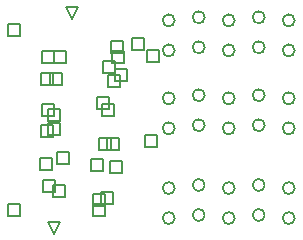
<source format=gbr>
%TF.GenerationSoftware,Altium Limited,Altium Designer,24.8.2 (39)*%
G04 Layer_Color=2752767*
%FSLAX45Y45*%
%MOMM*%
%TF.SameCoordinates,C54AC7BA-B540-4DA4-B2B9-A01D8BF79CE3*%
%TF.FilePolarity,Positive*%
%TF.FileFunction,Drawing*%
%TF.Part,Single*%
G01*
G75*
%TA.AperFunction,NonConductor*%
%ADD33C,0.16933*%
%ADD35C,0.12700*%
D33*
X3016798Y773998D02*
G03*
X3016798Y773998I-50800J0D01*
G01*
X2762798Y799997D02*
G03*
X2762798Y799997I-50800J0D01*
G01*
X2508798Y773998D02*
G03*
X2508798Y773998I-50800J0D01*
G01*
X2254798Y799997D02*
G03*
X2254798Y799997I-50800J0D01*
G01*
X2000798Y773998D02*
G03*
X2000798Y773998I-50800J0D01*
G01*
X3016798Y519998D02*
G03*
X3016798Y519998I-50800J0D01*
G01*
X2762798Y545997D02*
G03*
X2762798Y545997I-50800J0D01*
G01*
X2508798Y519998D02*
G03*
X2508798Y519998I-50800J0D01*
G01*
X2254798Y545997D02*
G03*
X2254798Y545997I-50800J0D01*
G01*
X2000798Y519998D02*
G03*
X2000798Y519998I-50800J0D01*
G01*
X3016798Y1533998D02*
G03*
X3016798Y1533998I-50800J0D01*
G01*
X2762798Y1560002D02*
G03*
X2762798Y1560002I-50800J0D01*
G01*
X2508798Y1533998D02*
G03*
X2508798Y1533998I-50800J0D01*
G01*
X2254798Y1560002D02*
G03*
X2254798Y1560002I-50800J0D01*
G01*
X2000798Y1533998D02*
G03*
X2000798Y1533998I-50800J0D01*
G01*
X3016798Y1279998D02*
G03*
X3016798Y1279998I-50800J0D01*
G01*
X2762798Y1306002D02*
G03*
X2762798Y1306002I-50800J0D01*
G01*
X2508798Y1279998D02*
G03*
X2508798Y1279998I-50800J0D01*
G01*
X2254798Y1306002D02*
G03*
X2254798Y1306002I-50800J0D01*
G01*
X2000798Y1279998D02*
G03*
X2000798Y1279998I-50800J0D01*
G01*
X3016798Y2193998D02*
G03*
X3016798Y2193998I-50800J0D01*
G01*
X2762798Y2219998D02*
G03*
X2762798Y2219998I-50800J0D01*
G01*
X2508798Y2193998D02*
G03*
X2508798Y2193998I-50800J0D01*
G01*
X2254798Y2219998D02*
G03*
X2254798Y2219998I-50800J0D01*
G01*
X2000798Y2193998D02*
G03*
X2000798Y2193998I-50800J0D01*
G01*
X3016798Y1939998D02*
G03*
X3016798Y1939998I-50800J0D01*
G01*
X2762798Y1965998D02*
G03*
X2762798Y1965998I-50800J0D01*
G01*
X2508798Y1939998D02*
G03*
X2508798Y1939998I-50800J0D01*
G01*
X2254798Y1965998D02*
G03*
X2254798Y1965998I-50800J0D01*
G01*
X2000798Y1939998D02*
G03*
X2000798Y1939998I-50800J0D01*
G01*
D35*
X982999Y389203D02*
X932199Y490803D01*
X1033799D01*
X982999Y389203D01*
X1132996Y2209200D02*
X1082196Y2310800D01*
X1183796D01*
X1132996Y2209200D01*
X929109Y1227073D02*
Y1328673D01*
X1030709D01*
Y1227073D01*
X929109D01*
X929167Y1339114D02*
Y1440714D01*
X1030767D01*
Y1339114D01*
X929167D01*
X866208Y1204587D02*
Y1306187D01*
X967808D01*
Y1204587D01*
X866208D01*
X874065Y1386051D02*
Y1487651D01*
X975665D01*
Y1386051D01*
X874065D01*
X1395273Y1749613D02*
Y1851213D01*
X1496873D01*
Y1749613D01*
X1395273D01*
X861078Y925628D02*
Y1027228D01*
X962678D01*
Y925628D01*
X861078D01*
X589200Y2059200D02*
Y2160800D01*
X690800D01*
Y2059200D01*
X589200D01*
Y539200D02*
Y640800D01*
X690800D01*
Y539200D01*
X589200D01*
X1749200Y1119366D02*
Y1220966D01*
X1850800D01*
Y1119366D01*
X1749200D01*
X1769200Y1839200D02*
Y1940800D01*
X1870800D01*
Y1839200D01*
X1769200D01*
X1309432Y618968D02*
Y720568D01*
X1411032D01*
Y618968D01*
X1309432D01*
X1290545Y921921D02*
Y1023521D01*
X1392145D01*
Y921921D01*
X1290545D01*
X1383339Y1387040D02*
Y1488640D01*
X1484939D01*
Y1387040D01*
X1383339D01*
X1339843Y1440698D02*
Y1542298D01*
X1441443D01*
Y1440698D01*
X1339843D01*
X1432197Y1629743D02*
Y1731343D01*
X1533797D01*
Y1629743D01*
X1432197D01*
X1000428Y977597D02*
Y1079197D01*
X1102028D01*
Y977597D01*
X1000428D01*
X1361159Y1099877D02*
Y1201477D01*
X1462759D01*
Y1099877D01*
X1361159D01*
X1427926Y1097783D02*
Y1199383D01*
X1529526D01*
Y1097783D01*
X1427926D01*
X1641448Y1942719D02*
Y2044319D01*
X1743048D01*
Y1942719D01*
X1641448D01*
X946111Y1647593D02*
Y1749193D01*
X1047711D01*
Y1647593D01*
X946111D01*
X969200Y699200D02*
Y800800D01*
X1070800D01*
Y699200D01*
X969200D01*
X1469200Y1829200D02*
Y1930800D01*
X1570800D01*
Y1829200D01*
X1469200D01*
X1459200Y1919200D02*
Y2020800D01*
X1560800D01*
Y1919200D01*
X1459200D01*
X879200Y1829200D02*
Y1930800D01*
X980800D01*
Y1829200D01*
X879200D01*
X979200D02*
Y1930800D01*
X1080800D01*
Y1829200D01*
X979200D01*
X871669Y1647209D02*
Y1748809D01*
X973269D01*
Y1647209D01*
X871669D01*
X1379200Y639200D02*
Y740800D01*
X1480800D01*
Y639200D01*
X1379200D01*
X1309200Y539200D02*
Y640800D01*
X1410800D01*
Y539200D01*
X1309200D01*
X1449200Y899200D02*
Y1000800D01*
X1550800D01*
Y899200D01*
X1449200D01*
X889813Y736643D02*
Y838243D01*
X991413D01*
Y736643D01*
X889813D01*
X1499200Y1679200D02*
Y1780800D01*
X1600800D01*
Y1679200D01*
X1499200D01*
%TF.MD5,8245d3f9101108325a5491bd2bebd940*%
M02*

</source>
